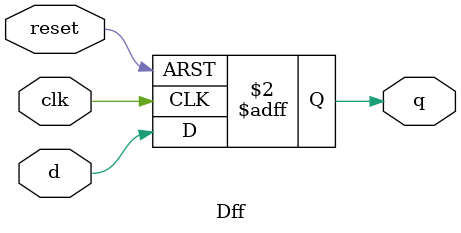
<source format=v>
module ripple_carry_4bit(q, clk, reset);
input clk, reset;
output [3:0] q;

Tff tff1(q[0], clk, reset);

Tff tff2(q[1], q[0], reset);

Tff tff3(q[2], q[1], reset);

Tff tff4(q[3], q[2], reset);

endmodule

module Tff(q, clk, reset);
output q;
input clk, reset;
wire d;

Dff dff1(q,d,clk, reset);
not n1(d,q);

endmodule

module Dff(q, d, clk, reset);
input clk, d, reset;
output q;
always@(posedge reset or negedge clk)
    begin
        if(reset)
            q<=1'b0;
        else
            q<=d;
    end
endmodule
</source>
